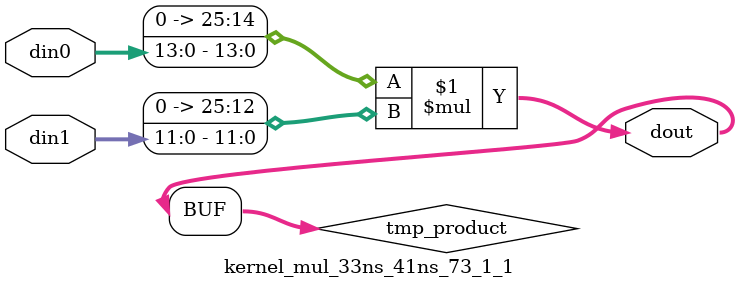
<source format=v>

`timescale 1 ns / 1 ps

  module kernel_mul_33ns_41ns_73_1_1(din0, din1, dout);
parameter ID = 1;
parameter NUM_STAGE = 0;
parameter din0_WIDTH = 14;
parameter din1_WIDTH = 12;
parameter dout_WIDTH = 26;

input [din0_WIDTH - 1 : 0] din0; 
input [din1_WIDTH - 1 : 0] din1; 
output [dout_WIDTH - 1 : 0] dout;

wire signed [dout_WIDTH - 1 : 0] tmp_product;










assign tmp_product = $signed({1'b0, din0}) * $signed({1'b0, din1});











assign dout = tmp_product;







endmodule

</source>
